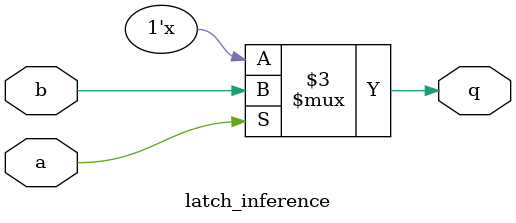
<source format=v>
module latch_inference(input wire a, b, output reg q);
    always @* begin
        if (a)
            q = b; // Missing else branch causes a latch
    end
endmodule

</source>
